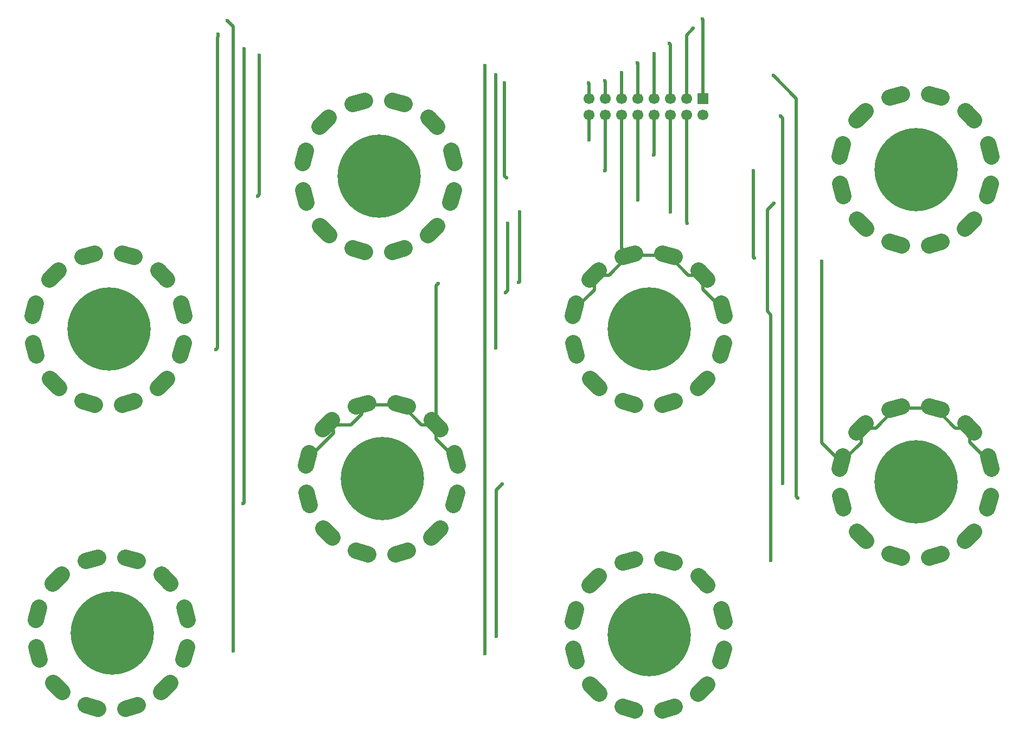
<source format=gbr>
G04 #@! TF.FileFunction,Copper,L2,Bot,Signal*
%FSLAX46Y46*%
G04 Gerber Fmt 4.6, Leading zero omitted, Abs format (unit mm)*
G04 Created by KiCad (PCBNEW 4.0.7) date Monday, October 14, 2019 'PMt' 08:24:28 PM*
%MOMM*%
%LPD*%
G01*
G04 APERTURE LIST*
%ADD10C,0.100000*%
%ADD11R,1.700000X1.700000*%
%ADD12C,1.700000*%
%ADD13C,2.540000*%
%ADD14C,13.000000*%
%ADD15C,0.600000*%
%ADD16C,0.508000*%
G04 APERTURE END LIST*
D10*
D11*
X156670000Y-73235000D03*
D12*
X156670000Y-75775000D03*
X154130000Y-73235000D03*
X154130000Y-75775000D03*
X151590000Y-73235000D03*
X151590000Y-75775000D03*
X149050000Y-73235000D03*
X149050000Y-75775000D03*
X146510000Y-73235000D03*
X146510000Y-75775000D03*
X143970000Y-73235000D03*
X143970000Y-75775000D03*
X141430000Y-73235000D03*
X141430000Y-75775000D03*
X138890000Y-73235000D03*
X138890000Y-75775000D03*
D13*
X53199441Y-160852104D02*
X52673521Y-158889342D01*
X76261886Y-154672540D02*
X75735966Y-152709778D01*
D14*
X64516000Y-156718000D03*
D13*
X56725580Y-165918388D02*
X55288740Y-164481548D01*
X73608461Y-149035506D02*
X72171621Y-147598666D01*
X68465718Y-168020725D02*
X66502956Y-168546645D01*
X62286154Y-144958281D02*
X60323392Y-145484201D01*
X62315117Y-168541309D02*
X60352355Y-168015389D01*
X68494680Y-145478864D02*
X66531918Y-144952944D01*
X76153794Y-158897759D02*
X75627874Y-160860521D01*
X53091350Y-152718196D02*
X52565430Y-154680958D01*
X73529333Y-164484628D02*
X72092493Y-165921468D01*
X56646451Y-147601747D02*
X55209611Y-149038587D01*
X52691441Y-113354104D02*
X52165521Y-111391342D01*
X75753886Y-107174540D02*
X75227966Y-105211778D01*
D14*
X64008000Y-109220000D03*
D13*
X56217580Y-118420388D02*
X54780740Y-116983548D01*
X73100461Y-101537506D02*
X71663621Y-100100666D01*
X67957718Y-120522725D02*
X65994956Y-121048645D01*
X61778154Y-97460281D02*
X59815392Y-97986201D01*
X61807117Y-121043309D02*
X59844355Y-120517389D01*
X67986680Y-97980864D02*
X66023918Y-97454944D01*
X75645794Y-111399759D02*
X75119874Y-113362521D01*
X52583350Y-105220196D02*
X52057430Y-107182958D01*
X73021333Y-116986628D02*
X71584493Y-118423468D01*
X56138451Y-100103747D02*
X54701611Y-101540587D01*
X95363441Y-136722104D02*
X94837521Y-134759342D01*
X118425886Y-130542540D02*
X117899966Y-128579778D01*
D14*
X106680000Y-132588000D03*
D13*
X98889580Y-141788388D02*
X97452740Y-140351548D01*
X115772461Y-124905506D02*
X114335621Y-123468666D01*
X110629718Y-143890725D02*
X108666956Y-144416645D01*
X104450154Y-120828281D02*
X102487392Y-121354201D01*
X104479117Y-144411309D02*
X102516355Y-143885389D01*
X110658680Y-121348864D02*
X108695918Y-120822944D01*
X118317794Y-134767759D02*
X117791874Y-136730521D01*
X95255350Y-128588196D02*
X94729430Y-130550958D01*
X115693333Y-140354628D02*
X114256493Y-141791468D01*
X98810451Y-123471747D02*
X97373611Y-124908587D01*
X94855441Y-89478104D02*
X94329521Y-87515342D01*
X117917886Y-83298540D02*
X117391966Y-81335778D01*
D14*
X106172000Y-85344000D03*
D13*
X98381580Y-94544388D02*
X96944740Y-93107548D01*
X115264461Y-77661506D02*
X113827621Y-76224666D01*
X110121718Y-96646725D02*
X108158956Y-97172645D01*
X103942154Y-73584281D02*
X101979392Y-74110201D01*
X103971117Y-97167309D02*
X102008355Y-96641389D01*
X110150680Y-74104864D02*
X108187918Y-73578944D01*
X117809794Y-87523759D02*
X117283874Y-89486521D01*
X94747350Y-81344196D02*
X94221430Y-83306958D01*
X115185333Y-93110628D02*
X113748493Y-94547468D01*
X98302451Y-76227747D02*
X96865611Y-77664587D01*
X137019441Y-161106104D02*
X136493521Y-159143342D01*
X160081886Y-154926540D02*
X159555966Y-152963778D01*
D14*
X148336000Y-156972000D03*
D13*
X140545580Y-166172388D02*
X139108740Y-164735548D01*
X157428461Y-149289506D02*
X155991621Y-147852666D01*
X152285718Y-168274725D02*
X150322956Y-168800645D01*
X146106154Y-145212281D02*
X144143392Y-145738201D01*
X146135117Y-168795309D02*
X144172355Y-168269389D01*
X152314680Y-145732864D02*
X150351918Y-145206944D01*
X159973794Y-159151759D02*
X159447874Y-161114521D01*
X136911350Y-152972196D02*
X136385430Y-154934958D01*
X157349333Y-164738628D02*
X155912493Y-166175468D01*
X140466451Y-147855747D02*
X139029611Y-149292587D01*
X137019441Y-113354104D02*
X136493521Y-111391342D01*
X160081886Y-107174540D02*
X159555966Y-105211778D01*
D14*
X148336000Y-109220000D03*
D13*
X140545580Y-118420388D02*
X139108740Y-116983548D01*
X157428461Y-101537506D02*
X155991621Y-100100666D01*
X152285718Y-120522725D02*
X150322956Y-121048645D01*
X146106154Y-97460281D02*
X144143392Y-97986201D01*
X146135117Y-121043309D02*
X144172355Y-120517389D01*
X152314680Y-97980864D02*
X150351918Y-97454944D01*
X159973794Y-111399759D02*
X159447874Y-113362521D01*
X136911350Y-105220196D02*
X136385430Y-107182958D01*
X157349333Y-116986628D02*
X155912493Y-118423468D01*
X140466451Y-100103747D02*
X139029611Y-101540587D01*
X178675441Y-137230104D02*
X178149521Y-135267342D01*
X201737886Y-131050540D02*
X201211966Y-129087778D01*
D14*
X189992000Y-133096000D03*
D13*
X182201580Y-142296388D02*
X180764740Y-140859548D01*
X199084461Y-125413506D02*
X197647621Y-123976666D01*
X193941718Y-144398725D02*
X191978956Y-144924645D01*
X187762154Y-121336281D02*
X185799392Y-121862201D01*
X187791117Y-144919309D02*
X185828355Y-144393389D01*
X193970680Y-121856864D02*
X192007918Y-121330944D01*
X201629794Y-135275759D02*
X201103874Y-137238521D01*
X178567350Y-129096196D02*
X178041430Y-131058958D01*
X199005333Y-140862628D02*
X197568493Y-142299468D01*
X182122451Y-123979747D02*
X180685611Y-125416587D01*
X178675441Y-88462104D02*
X178149521Y-86499342D01*
X201737886Y-82282540D02*
X201211966Y-80319778D01*
D14*
X189992000Y-84328000D03*
D13*
X182201580Y-93528388D02*
X180764740Y-92091548D01*
X199084461Y-76645506D02*
X197647621Y-75208666D01*
X193941718Y-95630725D02*
X191978956Y-96156645D01*
X187762154Y-72568281D02*
X185799392Y-73094201D01*
X187791117Y-96151309D02*
X185828355Y-95625389D01*
X193970680Y-73088864D02*
X192007918Y-72562944D01*
X201629794Y-86507759D02*
X201103874Y-88470521D01*
X178567350Y-80328196D02*
X178041430Y-82290958D01*
X199005333Y-92094628D02*
X197568493Y-93531468D01*
X182122451Y-75211747D02*
X180685611Y-76648587D01*
D15*
X83375000Y-159550000D03*
X82425000Y-61025000D03*
X156625000Y-60825000D03*
X124425000Y-157200000D03*
X125350000Y-133450000D03*
X169125000Y-133350000D03*
X168800000Y-75925000D03*
X80650000Y-112450000D03*
X80975000Y-63175000D03*
X155200000Y-62250000D03*
X125900000Y-103525000D03*
X126200000Y-92700000D03*
X154225000Y-92700000D03*
X84925000Y-136525000D03*
X85050000Y-65425000D03*
X151450000Y-64600000D03*
X115425000Y-102075000D03*
X127950000Y-101975000D03*
X128075000Y-90975000D03*
X151590000Y-90960000D03*
X87225000Y-88475000D03*
X87450000Y-66500000D03*
X149075000Y-66200000D03*
X149025000Y-82075000D03*
X122650000Y-159950000D03*
X122650000Y-68075000D03*
X146500000Y-67650000D03*
X167325000Y-145350000D03*
X167775000Y-89550000D03*
X146550000Y-89050000D03*
X124325000Y-112150000D03*
X124325000Y-69550000D03*
X143975000Y-69150000D03*
X171500000Y-135625000D03*
X167675000Y-69575000D03*
X141400000Y-70475000D03*
X175225000Y-98625000D03*
X164725000Y-98150000D03*
X164600000Y-84500000D03*
X141425000Y-84500000D03*
X126050000Y-85625000D03*
X125750000Y-70825000D03*
X138850000Y-70825000D03*
X138925000Y-79700000D03*
D16*
X83375000Y-61975000D02*
X83375000Y-159550000D01*
X82425000Y-61025000D02*
X83375000Y-61975000D01*
X156670000Y-73235000D02*
X156670000Y-60870000D01*
X156670000Y-60870000D02*
X156625000Y-60825000D01*
X125350000Y-133450000D02*
X124425000Y-134375000D01*
X124425000Y-134375000D02*
X124425000Y-157200000D01*
X168800000Y-75925000D02*
X169125000Y-76250000D01*
X169125000Y-76250000D02*
X169125000Y-133350000D01*
X80900000Y-63674264D02*
X80900000Y-112200000D01*
X80900000Y-112200000D02*
X80650000Y-112450000D01*
X80975000Y-63175000D02*
X80975000Y-63599264D01*
X80975000Y-63599264D02*
X80900000Y-63674264D01*
X154130000Y-73235000D02*
X154130000Y-63320000D01*
X154130000Y-63320000D02*
X155200000Y-62250000D01*
X126200000Y-92700000D02*
X126200000Y-103225000D01*
X126200000Y-103225000D02*
X125900000Y-103525000D01*
X154130000Y-75775000D02*
X154130000Y-92605000D01*
X154130000Y-92605000D02*
X154225000Y-92700000D01*
X85050000Y-65425000D02*
X85050000Y-136400000D01*
X85050000Y-136400000D02*
X84925000Y-136525000D01*
X151590000Y-73235000D02*
X151590000Y-64740000D01*
X151590000Y-64740000D02*
X151450000Y-64600000D01*
X98092031Y-124190167D02*
X99060766Y-125158902D01*
X99060766Y-125158902D02*
X99060766Y-125501201D01*
X99060766Y-125501201D02*
X96504859Y-128057108D01*
X96504859Y-128057108D02*
X94992390Y-129569577D01*
X103468773Y-121091241D02*
X103468773Y-122506041D01*
X103468773Y-122506041D02*
X101784647Y-124190167D01*
X101784647Y-124190167D02*
X99956559Y-124190167D01*
X99956559Y-124190167D02*
X98092031Y-124190167D01*
X109677299Y-121085904D02*
X103474110Y-121085904D01*
X103474110Y-121085904D02*
X103468773Y-121091241D01*
X115054041Y-124187086D02*
X112778481Y-124187086D01*
X112778481Y-124187086D02*
X109677299Y-121085904D01*
X115054041Y-124187086D02*
X115054041Y-126452274D01*
X115054041Y-126452274D02*
X118162926Y-129561159D01*
X115425000Y-102075000D02*
X115054041Y-102445959D01*
X115054041Y-102445959D02*
X115054041Y-124187086D01*
X128075000Y-90975000D02*
X128075000Y-101850000D01*
X128075000Y-101850000D02*
X127950000Y-101975000D01*
X151590000Y-75775000D02*
X151590000Y-90960000D01*
X87450000Y-66500000D02*
X87450000Y-88250000D01*
X87450000Y-88250000D02*
X87225000Y-88475000D01*
X149050000Y-73235000D02*
X149050000Y-66225000D01*
X149050000Y-66225000D02*
X149075000Y-66200000D01*
X149050000Y-75775000D02*
X149050000Y-82050000D01*
X149050000Y-82050000D02*
X149025000Y-82075000D01*
X122650000Y-68075000D02*
X122650000Y-159950000D01*
X146510000Y-73235000D02*
X146510000Y-67660000D01*
X146510000Y-67660000D02*
X146500000Y-67650000D01*
X167325000Y-107000000D02*
X167325000Y-145350000D01*
X166750000Y-90575000D02*
X166750000Y-106425000D01*
X166750000Y-106425000D02*
X167325000Y-107000000D01*
X167775000Y-89550000D02*
X166750000Y-90575000D01*
X146510000Y-75775000D02*
X146510000Y-89010000D01*
X146510000Y-89010000D02*
X146550000Y-89050000D01*
X124325000Y-69550000D02*
X124325000Y-112150000D01*
X143970000Y-73235000D02*
X143970000Y-69155000D01*
X143970000Y-69155000D02*
X143975000Y-69150000D01*
X156710041Y-100819086D02*
X156710041Y-103084274D01*
X156710041Y-103084274D02*
X159818926Y-106193159D01*
X151333299Y-97717904D02*
X154434481Y-100819086D01*
X154434481Y-100819086D02*
X156710041Y-100819086D01*
X145124773Y-97723241D02*
X151327962Y-97723241D01*
X151327962Y-97723241D02*
X151333299Y-97717904D01*
X139748031Y-100822167D02*
X139748031Y-103101936D01*
X139748031Y-103101936D02*
X136648390Y-106201577D01*
X145124773Y-97723241D02*
X142025847Y-100822167D01*
X142025847Y-100822167D02*
X139748031Y-100822167D01*
X143970000Y-75775000D02*
X143970000Y-96568468D01*
X143970000Y-96568468D02*
X145124773Y-97723241D01*
X171300000Y-73200000D02*
X171300000Y-135425000D01*
X171300000Y-135425000D02*
X171500000Y-135625000D01*
X167675000Y-69575000D02*
X171300000Y-73200000D01*
X141430000Y-73235000D02*
X141430000Y-70505000D01*
X141430000Y-70505000D02*
X141400000Y-70475000D01*
X198366041Y-124695086D02*
X198366041Y-126960274D01*
X198366041Y-126960274D02*
X201474926Y-130069159D01*
X192989299Y-121593904D02*
X196090481Y-124695086D01*
X196090481Y-124695086D02*
X198366041Y-124695086D01*
X186780773Y-121599241D02*
X192983962Y-121599241D01*
X192983962Y-121599241D02*
X192989299Y-121593904D01*
X181404031Y-124698167D02*
X183681847Y-124698167D01*
X183681847Y-124698167D02*
X186780773Y-121599241D01*
X178304390Y-130077577D02*
X181404031Y-126977936D01*
X181404031Y-126977936D02*
X181404031Y-124698167D01*
X175225000Y-98625000D02*
X175225000Y-126998187D01*
X175225000Y-126998187D02*
X178304390Y-130077577D01*
X164600000Y-84500000D02*
X164600000Y-98025000D01*
X164600000Y-98025000D02*
X164725000Y-98150000D01*
X141430000Y-75775000D02*
X141430000Y-84495000D01*
X141430000Y-84495000D02*
X141425000Y-84500000D01*
X125750000Y-70825000D02*
X125750000Y-85325000D01*
X125750000Y-85325000D02*
X126050000Y-85625000D01*
X138890000Y-73235000D02*
X138890000Y-70865000D01*
X138890000Y-70865000D02*
X138850000Y-70825000D01*
X138890000Y-75775000D02*
X138890000Y-79665000D01*
X138890000Y-79665000D02*
X138925000Y-79700000D01*
M02*

</source>
